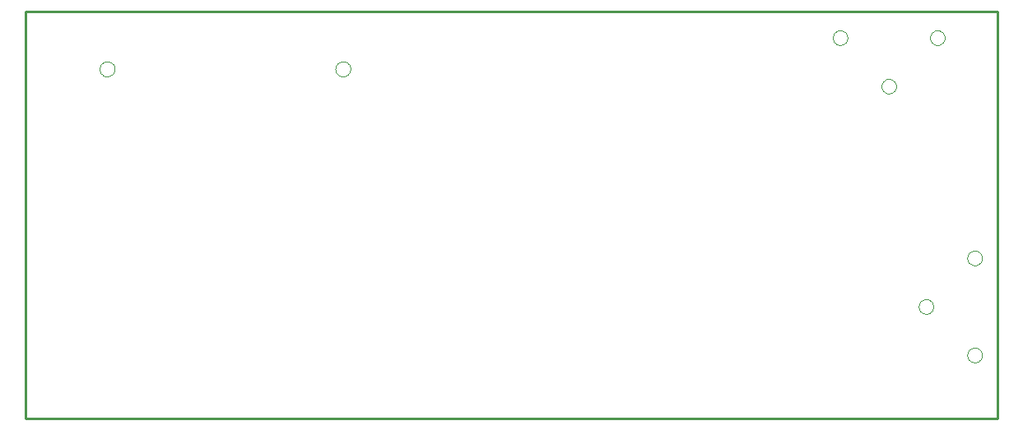
<source format=gbo>
G75*
%MOIN*%
%OFA0B0*%
%FSLAX24Y24*%
%IPPOS*%
%LPD*%
%AMOC8*
5,1,8,0,0,1.08239X$1,22.5*
%
%ADD10C,0.0100*%
%ADD11C,0.0000*%
D10*
X000833Y004500D02*
X000833Y020996D01*
X040203Y020996D01*
X040203Y004500D01*
X000833Y004500D01*
D11*
X003828Y018673D02*
X003830Y018708D01*
X003836Y018742D01*
X003846Y018775D01*
X003859Y018808D01*
X003876Y018838D01*
X003897Y018866D01*
X003920Y018892D01*
X003947Y018915D01*
X003975Y018934D01*
X004006Y018950D01*
X004039Y018963D01*
X004072Y018972D01*
X004107Y018977D01*
X004142Y018978D01*
X004176Y018975D01*
X004211Y018968D01*
X004244Y018957D01*
X004275Y018943D01*
X004305Y018925D01*
X004333Y018904D01*
X004358Y018879D01*
X004380Y018852D01*
X004399Y018823D01*
X004414Y018792D01*
X004426Y018759D01*
X004434Y018725D01*
X004438Y018690D01*
X004438Y018656D01*
X004434Y018621D01*
X004426Y018587D01*
X004414Y018554D01*
X004399Y018523D01*
X004380Y018494D01*
X004358Y018467D01*
X004333Y018442D01*
X004305Y018421D01*
X004275Y018403D01*
X004244Y018389D01*
X004211Y018378D01*
X004176Y018371D01*
X004142Y018368D01*
X004107Y018369D01*
X004072Y018374D01*
X004039Y018383D01*
X004006Y018396D01*
X003975Y018412D01*
X003947Y018431D01*
X003920Y018454D01*
X003897Y018480D01*
X003876Y018508D01*
X003859Y018538D01*
X003846Y018571D01*
X003836Y018604D01*
X003830Y018638D01*
X003828Y018673D01*
X013379Y018673D02*
X013381Y018708D01*
X013387Y018742D01*
X013397Y018775D01*
X013410Y018808D01*
X013427Y018838D01*
X013448Y018866D01*
X013471Y018892D01*
X013498Y018915D01*
X013526Y018934D01*
X013557Y018950D01*
X013590Y018963D01*
X013623Y018972D01*
X013658Y018977D01*
X013693Y018978D01*
X013727Y018975D01*
X013762Y018968D01*
X013795Y018957D01*
X013826Y018943D01*
X013856Y018925D01*
X013884Y018904D01*
X013909Y018879D01*
X013931Y018852D01*
X013950Y018823D01*
X013965Y018792D01*
X013977Y018759D01*
X013985Y018725D01*
X013989Y018690D01*
X013989Y018656D01*
X013985Y018621D01*
X013977Y018587D01*
X013965Y018554D01*
X013950Y018523D01*
X013931Y018494D01*
X013909Y018467D01*
X013884Y018442D01*
X013856Y018421D01*
X013826Y018403D01*
X013795Y018389D01*
X013762Y018378D01*
X013727Y018371D01*
X013693Y018368D01*
X013658Y018369D01*
X013623Y018374D01*
X013590Y018383D01*
X013557Y018396D01*
X013526Y018412D01*
X013498Y018431D01*
X013471Y018454D01*
X013448Y018480D01*
X013427Y018508D01*
X013410Y018538D01*
X013397Y018571D01*
X013387Y018604D01*
X013381Y018638D01*
X013379Y018673D01*
X033530Y019937D02*
X033532Y019971D01*
X033538Y020005D01*
X033548Y020038D01*
X033561Y020069D01*
X033579Y020099D01*
X033599Y020127D01*
X033623Y020152D01*
X033649Y020174D01*
X033677Y020192D01*
X033708Y020208D01*
X033740Y020220D01*
X033774Y020228D01*
X033808Y020232D01*
X033842Y020232D01*
X033876Y020228D01*
X033910Y020220D01*
X033942Y020208D01*
X033972Y020192D01*
X034001Y020174D01*
X034027Y020152D01*
X034051Y020127D01*
X034071Y020099D01*
X034089Y020069D01*
X034102Y020038D01*
X034112Y020005D01*
X034118Y019971D01*
X034120Y019937D01*
X034118Y019903D01*
X034112Y019869D01*
X034102Y019836D01*
X034089Y019805D01*
X034071Y019775D01*
X034051Y019747D01*
X034027Y019722D01*
X034001Y019700D01*
X033973Y019682D01*
X033942Y019666D01*
X033910Y019654D01*
X033876Y019646D01*
X033842Y019642D01*
X033808Y019642D01*
X033774Y019646D01*
X033740Y019654D01*
X033708Y019666D01*
X033677Y019682D01*
X033649Y019700D01*
X033623Y019722D01*
X033599Y019747D01*
X033579Y019775D01*
X033561Y019805D01*
X033548Y019836D01*
X033538Y019869D01*
X033532Y019903D01*
X033530Y019937D01*
X035499Y017969D02*
X035501Y018003D01*
X035507Y018037D01*
X035517Y018070D01*
X035530Y018101D01*
X035548Y018131D01*
X035568Y018159D01*
X035592Y018184D01*
X035618Y018206D01*
X035646Y018224D01*
X035677Y018240D01*
X035709Y018252D01*
X035743Y018260D01*
X035777Y018264D01*
X035811Y018264D01*
X035845Y018260D01*
X035879Y018252D01*
X035911Y018240D01*
X035941Y018224D01*
X035970Y018206D01*
X035996Y018184D01*
X036020Y018159D01*
X036040Y018131D01*
X036058Y018101D01*
X036071Y018070D01*
X036081Y018037D01*
X036087Y018003D01*
X036089Y017969D01*
X036087Y017935D01*
X036081Y017901D01*
X036071Y017868D01*
X036058Y017837D01*
X036040Y017807D01*
X036020Y017779D01*
X035996Y017754D01*
X035970Y017732D01*
X035942Y017714D01*
X035911Y017698D01*
X035879Y017686D01*
X035845Y017678D01*
X035811Y017674D01*
X035777Y017674D01*
X035743Y017678D01*
X035709Y017686D01*
X035677Y017698D01*
X035646Y017714D01*
X035618Y017732D01*
X035592Y017754D01*
X035568Y017779D01*
X035548Y017807D01*
X035530Y017837D01*
X035517Y017868D01*
X035507Y017901D01*
X035501Y017935D01*
X035499Y017969D01*
X037467Y019937D02*
X037469Y019971D01*
X037475Y020005D01*
X037485Y020038D01*
X037498Y020069D01*
X037516Y020099D01*
X037536Y020127D01*
X037560Y020152D01*
X037586Y020174D01*
X037614Y020192D01*
X037645Y020208D01*
X037677Y020220D01*
X037711Y020228D01*
X037745Y020232D01*
X037779Y020232D01*
X037813Y020228D01*
X037847Y020220D01*
X037879Y020208D01*
X037909Y020192D01*
X037938Y020174D01*
X037964Y020152D01*
X037988Y020127D01*
X038008Y020099D01*
X038026Y020069D01*
X038039Y020038D01*
X038049Y020005D01*
X038055Y019971D01*
X038057Y019937D01*
X038055Y019903D01*
X038049Y019869D01*
X038039Y019836D01*
X038026Y019805D01*
X038008Y019775D01*
X037988Y019747D01*
X037964Y019722D01*
X037938Y019700D01*
X037910Y019682D01*
X037879Y019666D01*
X037847Y019654D01*
X037813Y019646D01*
X037779Y019642D01*
X037745Y019642D01*
X037711Y019646D01*
X037677Y019654D01*
X037645Y019666D01*
X037614Y019682D01*
X037586Y019700D01*
X037560Y019722D01*
X037536Y019747D01*
X037516Y019775D01*
X037498Y019805D01*
X037485Y019836D01*
X037475Y019869D01*
X037469Y019903D01*
X037467Y019937D01*
X038975Y011008D02*
X038977Y011042D01*
X038983Y011076D01*
X038993Y011109D01*
X039006Y011140D01*
X039024Y011170D01*
X039044Y011198D01*
X039068Y011223D01*
X039094Y011245D01*
X039122Y011263D01*
X039153Y011279D01*
X039185Y011291D01*
X039219Y011299D01*
X039253Y011303D01*
X039287Y011303D01*
X039321Y011299D01*
X039355Y011291D01*
X039387Y011279D01*
X039417Y011263D01*
X039446Y011245D01*
X039472Y011223D01*
X039496Y011198D01*
X039516Y011170D01*
X039534Y011140D01*
X039547Y011109D01*
X039557Y011076D01*
X039563Y011042D01*
X039565Y011008D01*
X039563Y010974D01*
X039557Y010940D01*
X039547Y010907D01*
X039534Y010876D01*
X039516Y010846D01*
X039496Y010818D01*
X039472Y010793D01*
X039446Y010771D01*
X039418Y010753D01*
X039387Y010737D01*
X039355Y010725D01*
X039321Y010717D01*
X039287Y010713D01*
X039253Y010713D01*
X039219Y010717D01*
X039185Y010725D01*
X039153Y010737D01*
X039122Y010753D01*
X039094Y010771D01*
X039068Y010793D01*
X039044Y010818D01*
X039024Y010846D01*
X039006Y010876D01*
X038993Y010907D01*
X038983Y010940D01*
X038977Y010974D01*
X038975Y011008D01*
X037007Y009039D02*
X037009Y009073D01*
X037015Y009107D01*
X037025Y009140D01*
X037038Y009171D01*
X037056Y009201D01*
X037076Y009229D01*
X037100Y009254D01*
X037126Y009276D01*
X037154Y009294D01*
X037185Y009310D01*
X037217Y009322D01*
X037251Y009330D01*
X037285Y009334D01*
X037319Y009334D01*
X037353Y009330D01*
X037387Y009322D01*
X037419Y009310D01*
X037449Y009294D01*
X037478Y009276D01*
X037504Y009254D01*
X037528Y009229D01*
X037548Y009201D01*
X037566Y009171D01*
X037579Y009140D01*
X037589Y009107D01*
X037595Y009073D01*
X037597Y009039D01*
X037595Y009005D01*
X037589Y008971D01*
X037579Y008938D01*
X037566Y008907D01*
X037548Y008877D01*
X037528Y008849D01*
X037504Y008824D01*
X037478Y008802D01*
X037450Y008784D01*
X037419Y008768D01*
X037387Y008756D01*
X037353Y008748D01*
X037319Y008744D01*
X037285Y008744D01*
X037251Y008748D01*
X037217Y008756D01*
X037185Y008768D01*
X037154Y008784D01*
X037126Y008802D01*
X037100Y008824D01*
X037076Y008849D01*
X037056Y008877D01*
X037038Y008907D01*
X037025Y008938D01*
X037015Y008971D01*
X037009Y009005D01*
X037007Y009039D01*
X038975Y007071D02*
X038977Y007105D01*
X038983Y007139D01*
X038993Y007172D01*
X039006Y007203D01*
X039024Y007233D01*
X039044Y007261D01*
X039068Y007286D01*
X039094Y007308D01*
X039122Y007326D01*
X039153Y007342D01*
X039185Y007354D01*
X039219Y007362D01*
X039253Y007366D01*
X039287Y007366D01*
X039321Y007362D01*
X039355Y007354D01*
X039387Y007342D01*
X039417Y007326D01*
X039446Y007308D01*
X039472Y007286D01*
X039496Y007261D01*
X039516Y007233D01*
X039534Y007203D01*
X039547Y007172D01*
X039557Y007139D01*
X039563Y007105D01*
X039565Y007071D01*
X039563Y007037D01*
X039557Y007003D01*
X039547Y006970D01*
X039534Y006939D01*
X039516Y006909D01*
X039496Y006881D01*
X039472Y006856D01*
X039446Y006834D01*
X039418Y006816D01*
X039387Y006800D01*
X039355Y006788D01*
X039321Y006780D01*
X039287Y006776D01*
X039253Y006776D01*
X039219Y006780D01*
X039185Y006788D01*
X039153Y006800D01*
X039122Y006816D01*
X039094Y006834D01*
X039068Y006856D01*
X039044Y006881D01*
X039024Y006909D01*
X039006Y006939D01*
X038993Y006970D01*
X038983Y007003D01*
X038977Y007037D01*
X038975Y007071D01*
M02*

</source>
